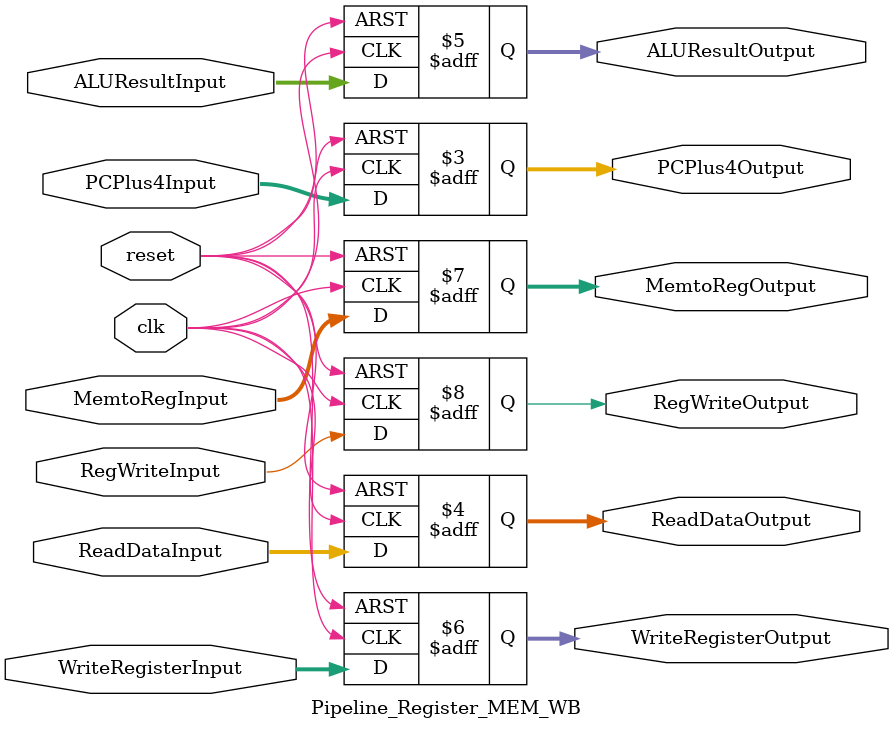
<source format=v>
module Pipeline_Register_MEM_WB
#(
	parameter N = 32,
	parameter valor_reset = 0
)
(
	input clk,
	input reset,
	input [N-1:0] PCPlus4Input,
	input [N-1:0] ReadDataInput,
	input [N-1:0] ALUResultInput,
	input [4:0] WriteRegisterInput,
	input [1:0] MemtoRegInput,	
	input RegWriteInput,	

	output reg  [N-1:0] PCPlus4Output,
	output reg  [N-1:0] ReadDataOutput,
	output reg  [N-1:0] ALUResultOutput,
	output reg  [4:0] WriteRegisterOutput,
	output reg  [1:0] MemtoRegOutput,	
	output reg  RegWriteOutput
);

always@(negedge reset or negedge clk) begin
	if(reset==0) begin
		ReadDataOutput <= valor_reset;
		ALUResultOutput <= valor_reset;
		WriteRegisterOutput <= valor_reset;
		MemtoRegOutput <= valor_reset;
		RegWriteOutput <= valor_reset;
		PCPlus4Output <= valor_reset;
		
	end else begin
		ReadDataOutput <= ReadDataInput;
		ALUResultOutput <= ALUResultInput;
		WriteRegisterOutput <= WriteRegisterInput;
		MemtoRegOutput <= MemtoRegInput;
		RegWriteOutput <= RegWriteInput;
		PCPlus4Output <= PCPlus4Input;
	end

end

endmodule
</source>
